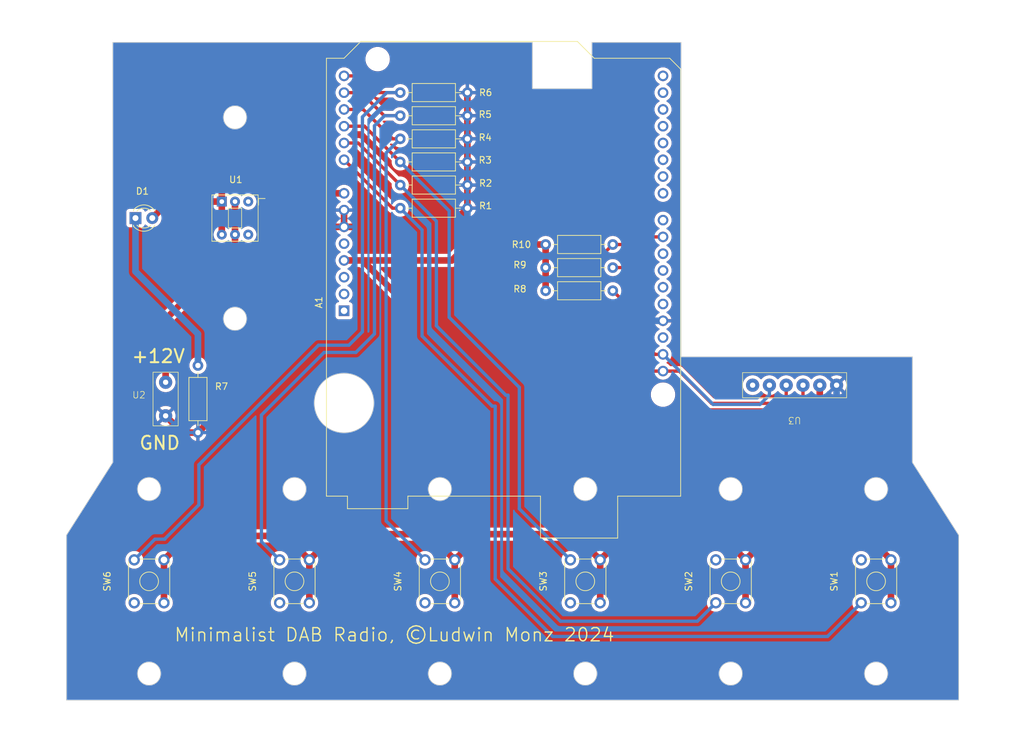
<source format=kicad_pcb>
(kicad_pcb (version 20221018) (generator pcbnew)
  (layers (0 "F.Cu" signal) (31 "B.Cu" signal) (34 "B.Paste" user) (35 "F.Paste" user) (36 "B.SilkS" user "B.Silkscreen") (37 "F.SilkS" user "F.Silkscreen") (38 "B.Mask" user) (39 "F.Mask" user) (44 "Edge.Cuts" user))
  (net 0 "")
  (net 4 "+3.3V")
  (net 6 "GND")
  (net 7 "Net-(A1-VIN)")
  (net 8 "Net-(A1-A0{slash}GPIO02)")
  (net 9 "Net-(A1-A1{slash}GPIO04)")
  (net 10 "Net-(A1-A2{slash}GPIO35)")
  (net 11 "Net-(A1-A3{slash}GPIO34)")
  (net 12 "Net-(A1-A4{slash}GPIO36)")
  (net 13 "Net-(A1-A5{slash}GPIO39)")
  (net 23 "KY040_SW")
  (net 29 "KY040_CLK")
  (net 30 "KY040_DT")
  (net 31 "Net-(D1-K)")
  (net 32 "Net-(U1-Pad2)")
  (footprint "Resistor_THT:R_Axial_DIN0207_L6.3mm_D2.5mm_P10.16mm_Horizontal" (layer "F.Cu") (at 25 -15.5)
    (fp_text reference "R5" (at 12.86 -0.19) (layer "F.SilkS"))
    (fp_text value "47k")
    (fp_line (start 1.04 0) (end 1.81 0) (stroke (width 0.12)) (layer "F.SilkS"))
    (fp_line (start 1.81 -1.37) (end 1.81 1.37) (stroke (width 0.12)) (layer "F.SilkS"))
    (fp_line (start 1.81 1.37) (end 8.35 1.37) (stroke (width 0.12)) (layer "F.SilkS"))
    (fp_line (start 8.35 -1.37) (end 1.81 -1.37) (stroke (width 0.12)) (layer "F.SilkS"))
    (fp_line (start 8.35 1.37) (end 8.35 -1.37) (stroke (width 0.12)) (layer "F.SilkS"))
    (fp_line (start 9.12 0) (end 8.35 0) (stroke (width 0.12)) (layer "F.SilkS"))
    (pad "1" thru_hole circle (at 0 0) (size 1.6 1.6) (drill 0.8) (layers "*.Cu" "*.Mask") (net 12 "Net-(A1-A4{slash}GPIO36)"))
    (pad "2" thru_hole oval (at 10.16 0) (size 1.6 1.6) (drill 0.8) (layers "*.Cu" "*.Mask") (net 6 "GND"))
  )
  (footprint "Resistor_THT:R_Axial_DIN0207_L6.3mm_D2.5mm_P10.16mm_Horizontal" (layer "F.Cu") (at 57.16 7.5 180)
    (fp_text reference "R8" (at 14.05 -3.24) (layer "F.SilkS"))
    (fp_text value "47k")
    (fp_line (start 1.04 0) (end 1.81 0) (stroke (width 0.12)) (layer "F.SilkS"))
    (fp_line (start 1.81 -1.37) (end 1.81 1.37) (stroke (width 0.12)) (layer "F.SilkS"))
    (fp_line (start 1.81 1.37) (end 8.35 1.37) (stroke (width 0.12)) (layer "F.SilkS"))
    (fp_line (start 8.35 -1.37) (end 1.81 -1.37) (stroke (width 0.12)) (layer "F.SilkS"))
    (fp_line (start 8.35 1.37) (end 8.35 -1.37) (stroke (width 0.12)) (layer "F.SilkS"))
    (fp_line (start 9.12 0) (end 8.35 0) (stroke (width 0.12)) (layer "F.SilkS"))
    (pad "1" thru_hole circle (at 0 0 180) (size 1.6 1.6) (drill 0.8) (layers "*.Cu" "*.Mask") (net 29 "KY040_CLK"))
    (pad "2" thru_hole oval (at 10.16 0 180) (size 1.6 1.6) (drill 0.8) (layers "*.Cu" "*.Mask") (net 4 "+3.3V"))
  )
  (footprint "my_footprints:Arduino_D1_R32" (layer "F.Cu") (at 16.5 14.03 90)
    (fp_text reference "A1" (at 1.27 -3.81 90) (layer "F.SilkS"))
    (fp_text value "Arduino_D1_R32")
    (fp_line (start -34.42 29.72) (end -34.42 41.4) (stroke (width 0.12)) (layer "F.SilkS"))
    (fp_line (start -34.42 41.4) (end -28.07 41.4) (stroke (width 0.12)) (layer "F.SilkS"))
    (fp_line (start -29.97 0.51) (end -29.97 9.65) (stroke (width 0.12)) (layer "F.SilkS"))
    (fp_line (start -29.97 9.65) (end -28.07 9.65) (stroke (width 0.12)) (layer "F.SilkS"))
    (fp_line (start -28.07 -2.67) (end -28.07 0.51) (stroke (width 0.12)) (layer "F.SilkS"))
    (fp_line (start -28.07 0.51) (end -29.97 0.51) (stroke (width 0.12)) (layer "F.SilkS"))
    (fp_line (start -28.07 9.65) (end -28.07 29.72) (stroke (width 0.12)) (layer "F.SilkS"))
    (fp_line (start -28.07 29.72) (end -34.42 29.72) (stroke (width 0.12)) (layer "F.SilkS"))
    (fp_line (start -28.07 41.4) (end -28.07 50.93) (stroke (width 0.12)) (layer "F.SilkS"))
    (fp_line (start -28.07 50.93) (end 36.58 50.93) (stroke (width 0.12)) (layer "F.SilkS"))
    (fp_line (start 36.58 50.93) (end 38.23 49.28) (stroke (width 0.12)) (layer "F.SilkS"))
    (fp_line (start 38.23 -2.67) (end -28.07 -2.67) (stroke (width 0.12)) (layer "F.SilkS"))
    (fp_line (start 38.23 0) (end 38.23 -2.67) (stroke (width 0.12)) (layer "F.SilkS"))
    (fp_line (start 38.23 37.85) (end 40.77 35.31) (stroke (width 0.12)) (layer "F.SilkS"))
    (fp_line (start 38.23 49.28) (end 38.23 37.85) (stroke (width 0.12)) (layer "F.SilkS"))
    (fp_line (start 40.77 2.54) (end 38.23 0) (stroke (width 0.12)) (layer "F.SilkS"))
    (fp_line (start 40.77 35.31) (end 40.77 2.54) (stroke (width 0.12)) (layer "F.SilkS"))
    (pad "" np_thru_hole circle (at -13.97 0 180) (size 3.2 3.2) (drill 3.2) (layers "*.Cu" "*.Mask"))
    (pad "" np_thru_hole circle (at -12.7 48.26 180) (size 3.2 3.2) (drill 3.2) (layers "*.Cu" "*.Mask"))
    (pad "" np_thru_hole circle (at 38.1 5.08 180) (size 3.2 3.2) (drill 3.2) (layers "*.Cu" "*.Mask"))
    (pad "" np_thru_hole circle (at 38.1 33.02 180) (size 3.2 3.2) (drill 3.2) (layers "*.Cu" "*.Mask"))
    (pad "1" thru_hole rect (at 0 0 180) (size 1.6 1.6) (drill 1) (layers "*.Cu" "*.Mask"))
    (pad "2" thru_hole oval (at 2.54 0 180) (size 1.6 1.6) (drill 1) (layers "*.Cu" "*.Mask"))
    (pad "3" thru_hole oval (at 5.08 0 180) (size 1.6 1.6) (drill 1) (layers "*.Cu" "*.Mask"))
    (pad "4" thru_hole oval (at 7.62 0 180) (size 1.6 1.6) (drill 1) (layers "*.Cu" "*.Mask") (net 4 "+3.3V"))
    (pad "5" thru_hole oval (at 10.16 0 180) (size 1.6 1.6) (drill 1) (layers "*.Cu" "*.Mask"))
    (pad "6" thru_hole oval (at 12.7 0 180) (size 1.6 1.6) (drill 1) (layers "*.Cu" "*.Mask") (net 6 "GND"))
    (pad "7" thru_hole oval (at 15.24 0 180) (size 1.6 1.6) (drill 1) (layers "*.Cu" "*.Mask") (net 6 "GND"))
    (pad "8" thru_hole oval (at 17.78 0 180) (size 1.6 1.6) (drill 1) (layers "*.Cu" "*.Mask") (net 7 "Net-(A1-VIN)"))
    (pad "9" thru_hole oval (at 22.86 0 180) (size 1.6 1.6) (drill 1) (layers "*.Cu" "*.Mask") (net 8 "Net-(A1-A0{slash}GPIO02)"))
    (pad "10" thru_hole oval (at 25.4 0 180) (size 1.6 1.6) (drill 1) (layers "*.Cu" "*.Mask") (net 9 "Net-(A1-A1{slash}GPIO04)"))
    (pad "11" thru_hole oval (at 27.94 0 180) (size 1.6 1.6) (drill 1) (layers "*.Cu" "*.Mask") (net 10 "Net-(A1-A2{slash}GPIO35)"))
    (pad "12" thru_hole oval (at 30.48 0 180) (size 1.6 1.6) (drill 1) (layers "*.Cu" "*.Mask") (net 11 "Net-(A1-A3{slash}GPIO34)"))
    (pad "13" thru_hole oval (at 33.02 0 180) (size 1.6 1.6) (drill 1) (layers "*.Cu" "*.Mask") (net 12 "Net-(A1-A4{slash}GPIO36)"))
    (pad "14" thru_hole oval (at 35.56 0 180) (size 1.6 1.6) (drill 1) (layers "*.Cu" "*.Mask") (net 13 "Net-(A1-A5{slash}GPIO39)"))
    (pad "15" thru_hole oval (at 35.56 48.26 180) (size 1.6 1.6) (drill 1) (layers "*.Cu" "*.Mask"))
    (pad "16" thru_hole oval (at 33.02 48.26 180) (size 1.6 1.6) (drill 1) (layers "*.Cu" "*.Mask"))
    (pad "17" thru_hole oval (at 30.48 48.26 180) (size 1.6 1.6) (drill 1) (layers "*.Cu" "*.Mask"))
    (pad "18" thru_hole oval (at 27.94 48.26 180) (size 1.6 1.6) (drill 1) (layers "*.Cu" "*.Mask"))
    (pad "19" thru_hole oval (at 25.4 48.26 180) (size 1.6 1.6) (drill 1) (layers "*.Cu" "*.Mask"))
    (pad "20" thru_hole oval (at 22.86 48.26 180) (size 1.6 1.6) (drill 1) (layers "*.Cu" "*.Mask"))
    (pad "21" thru_hole oval (at 20.32 48.26 180) (size 1.6 1.6) (drill 1) (layers "*.Cu" "*.Mask"))
    (pad "22" thru_hole oval (at 17.78 48.26 180) (size 1.6 1.6) (drill 1) (layers "*.Cu" "*.Mask"))
    (pad "23" thru_hole oval (at 13.72 48.26 180) (size 1.6 1.6) (drill 1) (layers "*.Cu" "*.Mask"))
    (pad "24" thru_hole oval (at 11.18 48.26 180) (size 1.6 1.6) (drill 1) (layers "*.Cu" "*.Mask") (net 23 "KY040_SW"))
    (pad "25" thru_hole oval (at 8.64 48.26 180) (size 1.6 1.6) (drill 1) (layers "*.Cu" "*.Mask"))
    (pad "26" thru_hole oval (at 6.1 48.26 180) (size 1.6 1.6) (drill 1) (layers "*.Cu" "*.Mask"))
    (pad "27" thru_hole oval (at 3.56 48.26 180) (size 1.6 1.6) (drill 1) (layers "*.Cu" "*.Mask"))
    (pad "28" thru_hole oval (at 1.02 48.26 180) (size 1.6 1.6) (drill 1) (layers "*.Cu" "*.Mask"))
    (pad "29" thru_hole oval (at -1.52 48.26 180) (size 1.6 1.6) (drill 1) (layers "*.Cu" "*.Mask") (net 6 "GND"))
    (pad "30" thru_hole oval (at -4.06 48.26 180) (size 1.6 1.6) (drill 1) (layers "*.Cu" "*.Mask"))
    (pad "31" thru_hole oval (at -6.6 48.26 180) (size 1.6 1.6) (drill 1) (layers "*.Cu" "*.Mask") (net 29 "KY040_CLK"))
    (pad "32" thru_hole oval (at -9.14 48.26 180) (size 1.6 1.6) (drill 1) (layers "*.Cu" "*.Mask") (net 30 "KY040_DT"))
  )
  (footprint "my_footprints:SW_Push_2x2" (layer "F.Cu") (at 0 0)
    (fp_text reference "U1" (at 0.12 -5.82) (layer "F.SilkS"))
    (fp_text value "switch2x2")
    (fp_line (start -3.5 -3.5) (end -3.5 3.5) (stroke (width 0.1)) (layer "F.SilkS"))
    (fp_line (start -1 -1.5) (end -1 1.5) (stroke (width 0.1)) (layer "F.SilkS"))
    (fp_line (start 1 -1.5) (end -1 -1.5) (stroke (width 0.12)) (layer "F.SilkS"))
    (fp_line (start 1 -1.5) (end 1 1.5) (stroke (width 0.1)) (layer "F.SilkS"))
    (fp_line (start 1 1.5) (end -1 1.5) (stroke (width 0.12)) (layer "F.SilkS"))
    (fp_line (start 3.5 -3.5) (end -3.5 -3.5) (stroke (width 0.12)) (layer "F.SilkS"))
    (fp_line (start 3.5 -3.5) (end 3.5 3.5) (stroke (width 0.1)) (layer "F.SilkS"))
    (fp_line (start 3.5 3.5) (end -3.5 3.5) (stroke (width 0.12)) (layer "F.SilkS"))
    (fp_line (start 3.55 -1.962) (end 3.55 -2.962) (stroke (width 0.12)) (layer "F.SilkS"))
    (fp_line (start 4.55 -2.962) (end 3.55 -2.962) (stroke (width 0.12)) (layer "F.SilkS"))
    (pad "1" thru_hole rect (at -2 -2.5) (size 1.5 1.5) (drill 0.7) (layers "*.Cu" "*.Mask") (net 7 "Net-(A1-VIN)"))
    (pad "2" thru_hole circle (at 0 -2.5) (size 1.5 1.5) (drill 0.7) (layers "*.Cu" "*.Mask") (net 32 "Net-(U1-Pad2)"))
    (pad "3" thru_hole circle (at 2 -2.5) (size 1.5 1.5) (drill 0.7) (layers "*.Cu" "*.Mask"))
    (pad "4" thru_hole circle (at -2 2.5) (size 1.5 1.5) (drill 0.7) (layers "*.Cu" "*.Mask") (net 7 "Net-(A1-VIN)"))
    (pad "5" thru_hole circle (at 0 2.5) (size 1.5 1.5) (drill 0.7) (layers "*.Cu" "*.Mask") (net 32 "Net-(U1-Pad2)"))
    (pad "6" thru_hole circle (at 2 2.5) (size 1.5 1.5) (drill 0.7) (layers "*.Cu" "*.Mask"))
  )
  (footprint "my_footprints:connector_6pin" (layer "F.Cu") (at 84.67 25.3 180)
    (fp_text reference "U3" (at 0 -5.334 180 unlocked) (layer "F.SilkS") (effects (font (thickness 0.1))))
    (fp_text value "KY040 encoder")
    (fp_rect (start -7.874 -1.905) (end 7.874 1.905) (stroke (width 0.1)) (fill none) (layer "F.SilkS"))
    (pad "1" thru_hole circle (at -6.35 0 180) (size 2 2) (drill 0.8) (layers "*.Cu" "*.Mask") (net 6 "GND"))
    (pad "2" thru_hole circle (at -3.81 0 180) (size 2 2) (drill 0.8) (layers "*.Cu" "*.Mask") (net 4 "+3.3V"))
    (pad "3" thru_hole circle (at -1.27 0 180) (size 2 2) (drill 0.8) (layers "*.Cu" "*.Mask") (net 23 "KY040_SW"))
    (pad "4" thru_hole circle (at 1.27 0 180) (size 2 2) (drill 0.8) (layers "*.Cu" "*.Mask") (net 30 "KY040_DT"))
    (pad "5" thru_hole circle (at 3.81 0 180) (size 2 2) (drill 0.8) (layers "*.Cu" "*.Mask") (net 29 "KY040_CLK"))
    (pad "6" thru_hole circle (at 6.35 0 180) (size 2 2) (drill 0.8) (layers "*.Cu" "*.Mask"))
  )
  (footprint "my_footprints:LED_D3.0mm_sym" (layer "F.Cu") (at -13.79 0)
    (fp_text reference "D1" (at -0.22 -4.07) (layer "F.SilkS"))
    (fp_text value "LED")
    (fp_line (start -1.56 -1.236) (end -1.56 -1.08) (stroke (width 0.12)) (layer "F.SilkS"))
    (fp_line (start -1.56 1.08) (end -1.56 1.236) (stroke (width 0.12)) (layer "F.SilkS"))
    (fp_arc (start -1.56 -1.235516) (mid 0.096487 -1.987659) (end 1.672335 -1.078608) (stroke (width 0.12)) (layer "F.SilkS"))
    (fp_arc (start -1.040961 -1.08) (mid 0.000117 -1.5) (end 1.04113 -1.079837) (stroke (width 0.12)) (layer "F.SilkS"))
    (fp_arc (start 1.04113 1.079837) (mid 0.000117 1.5) (end -1.040961 1.08) (stroke (width 0.12)) (layer "F.SilkS"))
    (fp_arc (start 1.672335 1.078608) (mid 0.096487 1.987659) (end -1.56 1.235516) (stroke (width 0.12)) (layer "F.SilkS"))
    (pad "1" thru_hole rect (at -1.27 0) (size 1.8 1.8) (drill 0.9) (layers "*.Cu" "*.Mask") (net 31 "Net-(D1-K)"))
    (pad "2" thru_hole circle (at 1.27 0) (size 1.8 1.8) (drill 0.9) (layers "*.Cu" "*.Mask") (net 7 "Net-(A1-VIN)"))
  )
  (footprint "Resistor_THT:R_Axial_DIN0207_L6.3mm_D2.5mm_P10.16mm_Horizontal" (layer "F.Cu") (at -5.61 22.32 -90)
    (fp_text reference "R7" (at 3.18 -3.57 -180) (layer "F.SilkS"))
    (fp_text value "1k")
    (fp_line (start 1.04 0) (end 1.81 0) (stroke (width 0.12)) (layer "F.SilkS"))
    (fp_line (start 1.81 -1.37) (end 1.81 1.37) (stroke (width 0.12)) (layer "F.SilkS"))
    (fp_line (start 1.81 1.37) (end 8.35 1.37) (stroke (width 0.12)) (layer "F.SilkS"))
    (fp_line (start 8.35 -1.37) (end 1.81 -1.37) (stroke (width 0.12)) (layer "F.SilkS"))
    (fp_line (start 8.35 1.37) (end 8.35 -1.37) (stroke (width 0.12)) (layer "F.SilkS"))
    (fp_line (start 9.12 0) (end 8.35 0) (stroke (width 0.12)) (layer "F.SilkS"))
    (pad "1" thru_hole circle (at 0 0 270) (size 1.6 1.6) (drill 0.8) (layers "*.Cu" "*.Mask") (net 31 "Net-(D1-K)"))
    (pad "2" thru_hole oval (at 10.16 0 270) (size 1.6 1.6) (drill 0.8) (layers "*.Cu" "*.Mask") (net 6 "GND"))
  )
  (footprint "Resistor_THT:R_Axial_DIN0207_L6.3mm_D2.5mm_P10.16mm_Horizontal" (layer "F.Cu") (at 47 4)
    (fp_text reference "R10" (at -3.66 0.01) (layer "F.SilkS"))
    (fp_text value "47k")
    (fp_line (start 1.04 0) (end 1.81 0) (stroke (width 0.12)) (layer "F.SilkS"))
    (fp_line (start 1.81 -1.37) (end 1.81 1.37) (stroke (width 0.12)) (layer "F.SilkS"))
    (fp_line (start 1.81 1.37) (end 8.35 1.37) (stroke (width 0.12)) (layer "F.SilkS"))
    (fp_line (start 8.35 -1.37) (end 1.81 -1.37) (stroke (width 0.12)) (layer "F.SilkS"))
    (fp_line (start 8.35 1.37) (end 8.35 -1.37) (stroke (width 0.12)) (layer "F.SilkS"))
    (fp_line (start 9.12 0) (end 8.35 0) (stroke (width 0.12)) (layer "F.SilkS"))
    (pad "1" thru_hole circle (at 0 0) (size 1.6 1.6) (drill 0.8) (layers "*.Cu" "*.Mask") (net 4 "+3.3V"))
    (pad "2" thru_hole oval (at 10.16 0) (size 1.6 1.6) (drill 0.8) (layers "*.Cu" "*.Mask") (net 23 "KY040_SW"))
  )
  (footprint "Resistor_THT:R_Axial_DIN0207_L6.3mm_D2.5mm_P10.16mm_Horizontal" (layer "F.Cu") (at 25 -8.5)
    (fp_text reference "R3" (at 12.86 -0.27) (layer "F.SilkS"))
    (fp_text value "47k")
    (fp_line (start 1.04 0) (end 1.81 0) (stroke (width 0.12)) (layer "F.SilkS"))
    (fp_line (start 1.81 -1.37) (end 1.81 1.37) (stroke (width 0.12)) (layer "F.SilkS"))
    (fp_line (start 1.81 1.37) (end 8.35 1.37) (stroke (width 0.12)) (layer "F.SilkS"))
    (fp_line (start 8.35 -1.37) (end 1.81 -1.37) (stroke (width 0.12)) (layer "F.SilkS"))
    (fp_line (start 8.35 1.37) (end 8.35 -1.37) (stroke (width 0.12)) (layer "F.SilkS"))
    (fp_line (start 9.12 0) (end 8.35 0) (stroke (width 0.12)) (layer "F.SilkS"))
    (pad "1" thru_hole circle (at 0 0) (size 1.6 1.6) (drill 0.8) (layers "*.Cu" "*.Mask") (net 10 "Net-(A1-A2{slash}GPIO35)"))
    (pad "2" thru_hole oval (at 10.16 0) (size 1.6 1.6) (drill 0.8) (layers "*.Cu" "*.Mask") (net 6 "GND"))
  )
  (footprint "my_footprints:OmronTasterSym" (layer "F.Cu") (at -13 55 90)
    (fp_text reference "SW6" (at 0 -6.35 90) (layer "F.SilkS"))
    (fp_text value "SW_Push")
    (fp_line (start -3.38 1.34) (end -3.38 -1.34) (stroke (width 0.12)) (layer "F.SilkS"))
    (fp_line (start -2.97 -3.12) (end 2.97 -3.12) (stroke (width 0.12)) (layer "F.SilkS"))
    (fp_line (start -2.97 3.12) (end 2.97 3.12) (stroke (width 0.12)) (layer "F.SilkS"))
    (fp_line (start 3.38 -1.34) (end 3.38 1.34) (stroke (width 0.12)) (layer "F.SilkS"))
    (fp_circle (center 0 0) (end 1.414214 0) (stroke (width 0.12)) (fill none) (layer "F.SilkS"))
    (pad "1" thru_hole circle (at -3.25 -2.25 90) (size 1.7 1.7) (drill 1) (layers "*.Cu" "*.Mask") (net 13 "Net-(A1-A5{slash}GPIO39)"))
    (pad "1" thru_hole circle (at 3.25 -2.25 90) (size 1.7 1.7) (drill 1) (layers "*.Cu" "*.Mask") (net 13 "Net-(A1-A5{slash}GPIO39)"))
    (pad "2" thru_hole circle (at -3.25 2.25 90) (size 1.7 1.7) (drill 1) (layers "*.Cu" "*.Mask") (net 4 "+3.3V"))
    (pad "2" thru_hole circle (at 3.25 2.25 90) (size 1.7 1.7) (drill 1) (layers "*.Cu" "*.Mask") (net 4 "+3.3V"))
  )
  (footprint "my_footprints:OmronTasterSym" (layer "F.Cu") (at 97 55 90)
    (fp_text reference "SW1" (at 0 -6.35 90) (layer "F.SilkS"))
    (fp_text value "SW_Push")
    (fp_line (start -3.38 1.34) (end -3.38 -1.34) (stroke (width 0.12)) (layer "F.SilkS"))
    (fp_line (start -2.97 -3.12) (end 2.97 -3.12) (stroke (width 0.12)) (layer "F.SilkS"))
    (fp_line (start -2.97 3.12) (end 2.97 3.12) (stroke (width 0.12)) (layer "F.SilkS"))
    (fp_line (start 3.38 -1.34) (end 3.38 1.34) (stroke (width 0.12)) (layer "F.SilkS"))
    (fp_circle (center 0 0) (end 1.414214 0) (stroke (width 0.12)) (fill none) (layer "F.SilkS"))
    (pad "1" thru_hole circle (at -3.25 -2.25 90) (size 1.7 1.7) (drill 1) (layers "*.Cu" "*.Mask") (net 8 "Net-(A1-A0{slash}GPIO02)"))
    (pad "1" thru_hole circle (at 3.25 -2.25 90) (size 1.7 1.7) (drill 1) (layers "*.Cu" "*.Mask") (net 8 "Net-(A1-A0{slash}GPIO02)"))
    (pad "2" thru_hole circle (at -3.25 2.25 90) (size 1.7 1.7) (drill 1) (layers "*.Cu" "*.Mask") (net 4 "+3.3V"))
    (pad "2" thru_hole circle (at 3.25 2.25 90) (size 1.7 1.7) (drill 1) (layers "*.Cu" "*.Mask") (net 4 "+3.3V"))
  )
  (footprint "my_footprints:connector_2pin_breit" (layer "F.Cu") (at -10.5 27.4 -90)
    (fp_text reference "U2" (at -0.61 4.04 unlocked) (layer "F.SilkS") (effects (font (thickness 0.1))))
    (fp_text value "12V in")
    (fp_rect (start -4.064 -1.905) (end 4.064 1.905) (stroke (width 0.1)) (fill none) (layer "F.SilkS"))
    (pad "1" thru_hole circle (at -2.54 0 270) (size 2 2) (drill 0.8) (layers "*.Cu" "*.Mask") (net 32 "Net-(U1-Pad2)"))
    (pad "2" thru_hole circle (at 2.54 0 270) (size 2 2) (drill 0.8) (layers "*.Cu" "*.Mask") (net 6 "GND"))
  )
  (footprint "Resistor_THT:R_Axial_DIN0207_L6.3mm_D2.5mm_P10.16mm_Horizontal" (layer "F.Cu") (at 25 -12)
    (fp_text reference "R4" (at 12.86 -0.2) (layer "F.SilkS"))
    (fp_text value "47k")
    (fp_line (start 1.04 0) (end 1.81 0) (stroke (width 0.12)) (layer "F.SilkS"))
    (fp_line (start 1.81 -1.37) (end 1.81 1.37) (stroke (width 0.12)) (layer "F.SilkS"))
    (fp_line (start 1.81 1.37) (end 8.35 1.37) (stroke (width 0.12)) (layer "F.SilkS"))
    (fp_line (start 8.35 -1.37) (end 1.81 -1.37) (stroke (width 0.12)) (layer "F.SilkS"))
    (fp_line (start 8.35 1.37) (end 8.35 -1.37) (stroke (width 0.12)) (layer "F.SilkS"))
    (fp_line (start 9.12 0) (end 8.35 0) (stroke (width 0.12)) (layer "F.SilkS"))
    (pad "1" thru_hole circle (at 0 0) (size 1.6 1.6) (drill 0.8) (layers "*.Cu" "*.Mask") (net 11 "Net-(A1-A3{slash}GPIO34)"))
    (pad "2" thru_hole oval (at 10.16 0) (size 1.6 1.6) (drill 0.8) (layers "*.Cu" "*.Mask") (net 6 "GND"))
  )
  (footprint "my_footprints:OmronTasterSym" (layer "F.Cu") (at 75 55 90)
    (fp_text reference "SW2" (at 0 -6.35 90) (layer "F.SilkS"))
    (fp_text value "SW_Push")
    (fp_line (start -3.38 1.34) (end -3.38 -1.34) (stroke (width 0.12)) (layer "F.SilkS"))
    (fp_line (start -2.97 -3.12) (end 2.97 -3.12) (stroke (width 0.12)) (layer "F.SilkS"))
    (fp_line (start -2.97 3.12) (end 2.97 3.12) (stroke (width 0.12)) (layer "F.SilkS"))
    (fp_line (start 3.38 -1.34) (end 3.38 1.34) (stroke (width 0.12)) (layer "F.SilkS"))
    (fp_circle (center 0 0) (end 1.414214 0) (stroke (width 0.12)) (fill none) (layer "F.SilkS"))
    (pad "1" thru_hole circle (at -3.25 -2.25 90) (size 1.7 1.7) (drill 1) (layers "*.Cu" "*.Mask") (net 9 "Net-(A1-A1{slash}GPIO04)"))
    (pad "1" thru_hole circle (at 3.25 -2.25 90) (size 1.7 1.7) (drill 1) (layers "*.Cu" "*.Mask") (net 9 "Net-(A1-A1{slash}GPIO04)"))
    (pad "2" thru_hole circle (at -3.25 2.25 90) (size 1.7 1.7) (drill 1) (layers "*.Cu" "*.Mask") (net 4 "+3.3V"))
    (pad "2" thru_hole circle (at 3.25 2.25 90) (size 1.7 1.7) (drill 1) (layers "*.Cu" "*.Mask") (net 4 "+3.3V"))
  )
  (footprint "Resistor_THT:R_Axial_DIN0207_L6.3mm_D2.5mm_P10.16mm_Horizontal" (layer "F.Cu") (at 47 11)
    (fp_text reference "R9" (at -3.89 -3.91) (layer "F.SilkS"))
    (fp_text value "47k")
    (fp_line (start 1.04 0) (end 1.81 0) (stroke (width 0.12)) (layer "F.SilkS"))
    (fp_line (start 1.81 -1.37) (end 1.81 1.37) (stroke (width 0.12)) (layer "F.SilkS"))
    (fp_line (start 1.81 1.37) (end 8.35 1.37) (stroke (width 0.12)) (layer "F.SilkS"))
    (fp_line (start 8.35 -1.37) (end 1.81 -1.37) (stroke (width 0.12)) (layer "F.SilkS"))
    (fp_line (start 8.35 1.37) (end 8.35 -1.37) (stroke (width 0.12)) (layer "F.SilkS"))
    (fp_line (start 9.12 0) (end 8.35 0) (stroke (width 0.12)) (layer "F.SilkS"))
    (pad "1" thru_hole circle (at 0 0) (size 1.6 1.6) (drill 0.8) (layers "*.Cu" "*.Mask") (net 4 "+3.3V"))
    (pad "2" thru_hole oval (at 10.16 0) (size 1.6 1.6) (drill 0.8) (layers "*.Cu" "*.Mask") (net 30 "KY040_DT"))
  )
  (footprint "my_footprints:OmronTasterSym" (layer "F.Cu") (at 9 55 90)
    (fp_text reference "SW5" (at 0 -6.35 90) (layer "F.SilkS"))
    (fp_text value "SW_Push")
    (fp_line (start -3.38 1.34) (end -3.38 -1.34) (stroke (width 0.12)) (layer "F.SilkS"))
    (fp_line (start -2.97 -3.12) (end 2.97 -3.12) (stroke (width 0.12)) (layer "F.SilkS"))
    (fp_line (start -2.97 3.12) (end 2.97 3.12) (stroke (width 0.12)) (layer "F.SilkS"))
    (fp_line (start 3.38 -1.34) (end 3.38 1.34) (stroke (width 0.12)) (layer "F.SilkS"))
    (fp_circle (center 0 0) (end 1.414214 0) (stroke (width 0.12)) (fill none) (layer "F.SilkS"))
    (pad "1" thru_hole circle (at -3.25 -2.25 90) (size 1.7 1.7) (drill 1) (layers "*.Cu" "*.Mask") (net 12 "Net-(A1-A4{slash}GPIO36)"))
    (pad "1" thru_hole circle (at 3.25 -2.25 90) (size 1.7 1.7) (drill 1) (layers "*.Cu" "*.Mask") (net 12 "Net-(A1-A4{slash}GPIO36)"))
    (pad "2" thru_hole circle (at -3.25 2.25 90) (size 1.7 1.7) (drill 1) (layers "*.Cu" "*.Mask") (net 4 "+3.3V"))
    (pad "2" thru_hole circle (at 3.25 2.25 90) (size 1.7 1.7) (drill 1) (layers "*.Cu" "*.Mask") (net 4 "+3.3V"))
  )
  (footprint "my_footprints:OmronTasterSym" (layer "F.Cu") (at 53 55 90)
    (fp_text reference "SW3" (at 0 -6.35 90) (layer "F.SilkS"))
    (fp_text value "SW_Push")
    (fp_line (start -3.38 1.34) (end -3.38 -1.34) (stroke (width 0.12)) (layer "F.SilkS"))
    (fp_line (start -2.97 -3.12) (end 2.97 -3.12) (stroke (width 0.12)) (layer "F.SilkS"))
    (fp_line (start -2.97 3.12) (end 2.97 3.12) (stroke (width 0.12)) (layer "F.SilkS"))
    (fp_line (start 3.38 -1.34) (end 3.38 1.34) (stroke (width 0.12)) (layer "F.SilkS"))
    (fp_circle (center 0 0) (end 1.414214 0) (stroke (width 0.12)) (fill none) (layer "F.SilkS"))
    (pad "1" thru_hole circle (at -3.25 -2.25 90) (size 1.7 1.7) (drill 1) (layers "*.Cu" "*.Mask") (net 10 "Net-(A1-A2{slash}GPIO35)"))
    (pad "1" thru_hole circle (at 3.25 -2.25 90) (size 1.7 1.7) (drill 1) (layers "*.Cu" "*.Mask") (net 10 "Net-(A1-A2{slash}GPIO35)"))
    (pad "2" thru_hole circle (at -3.25 2.25 90) (size 1.7 1.7) (drill 1) (layers "*.Cu" "*.Mask") (net 4 "+3.3V"))
    (pad "2" thru_hole circle (at 3.25 2.25 90) (size 1.7 1.7) (drill 1) (layers "*.Cu" "*.Mask") (net 4 "+3.3V"))
  )
  (footprint "Resistor_THT:R_Axial_DIN0207_L6.3mm_D2.5mm_P10.16mm_Horizontal" (layer "F.Cu") (at 25 -5)
    (fp_text reference "R2" (at 12.92 -0.28) (layer "F.SilkS"))
    (fp_text value "47k")
    (fp_line (start 1.04 0) (end 1.81 0) (stroke (width 0.12)) (layer "F.SilkS"))
    (fp_line (start 1.81 -1.37) (end 1.81 1.37) (stroke (width 0.12)) (layer "F.SilkS"))
    (fp_line (start 1.81 1.37) (end 8.35 1.37) (stroke (width 0.12)) (layer "F.SilkS"))
    (fp_line (start 8.35 -1.37) (end 1.81 -1.37) (stroke (width 0.12)) (layer "F.SilkS"))
    (fp_line (start 8.35 1.37) (end 8.35 -1.37) (stroke (width 0.12)) (layer "F.SilkS"))
    (fp_line (start 9.12 0) (end 8.35 0) (stroke (width 0.12)) (layer "F.SilkS"))
    (pad "1" thru_hole circle (at 0 0) (size 1.6 1.6) (drill 0.8) (layers "*.Cu" "*.Mask") (net 9 "Net-(A1-A1{slash}GPIO04)"))
    (pad "2" thru_hole oval (at 10.16 0) (size 1.6 1.6) (drill 0.8) (layers "*.Cu" "*.Mask") (net 6 "GND"))
  )
  (footprint "Resistor_THT:R_Axial_DIN0207_L6.3mm_D2.5mm_P10.16mm_Horizontal" (layer "F.Cu") (at 25 -19)
    (fp_text reference "R6" (at 12.92 0) (layer "F.SilkS"))
    (fp_text value "47k")
    (fp_line (start 1.04 0) (end 1.81 0) (stroke (width 0.12)) (layer "F.SilkS"))
    (fp_line (start 1.81 -1.37) (end 1.81 1.37) (stroke (width 0.12)) (layer "F.SilkS"))
    (fp_line (start 1.81 1.37) (end 8.35 1.37) (stroke (width 0.12)) (layer "F.SilkS"))
    (fp_line (start 8.35 -1.37) (end 1.81 -1.37) (stroke (width 0.12)) (layer "F.SilkS"))
    (fp_line (start 8.35 1.37) (end 8.35 -1.37) (stroke (width 0.12)) (layer "F.SilkS"))
    (fp_line (start 9.12 0) (end 8.35 0) (stroke (width 0.12)) (layer "F.SilkS"))
    (pad "1" thru_hole circle (at 0 0) (size 1.6 1.6) (drill 0.8) (layers "*.Cu" "*.Mask") (net 13 "Net-(A1-A5{slash}GPIO39)"))
    (pad "2" thru_hole oval (at 10.16 0) (size 1.6 1.6) (drill 0.8) (layers "*.Cu" "*.Mask") (net 6 "GND"))
  )
  (footprint "Resistor_THT:R_Axial_DIN0207_L6.3mm_D2.5mm_P10.16mm_Horizontal" (layer "F.Cu") (at 25 -1.5)
    (fp_text reference "R1" (at 12.92 -0.36) (layer "F.SilkS"))
    (fp_text value "47k")
    (fp_line (start 1.04 0) (end 1.81 0) (stroke (width 0.12)) (layer "F.SilkS"))
    (fp_line (start 1.81 -1.37) (end 1.81 1.37) (stroke (width 0.12)) (layer "F.SilkS"))
    (fp_line (start 1.81 1.37) (end 8.35 1.37) (stroke (width 0.12)) (layer "F.SilkS"))
    (fp_line (start 8.35 -1.37) (end 1.81 -1.37) (stroke (width 0.12)) (layer "F.SilkS"))
    (fp_line (start 8.35 1.37) (end 8.35 -1.37) (stroke (width 0.12)) (layer "F.SilkS"))
    (fp_line (start 9.12 0) (end 8.35 0) (stroke (width 0.12)) (layer "F.SilkS"))
    (pad "1" thru_hole circle (at 0 0) (size 1.6 1.6) (drill 0.8) (layers "*.Cu" "*.Mask") (net 8 "Net-(A1-A0{slash}GPIO02)"))
    (pad "2" thru_hole oval (at 10.16 0) (size 1.6 1.6) (drill 0.8) (layers "*.Cu" "*.Mask") (net 6 "GND"))
  )
  (footprint "my_footprints:OmronTasterSym" (layer "F.Cu") (at 31 55 90)
    (fp_text reference "SW4" (at 0 -6.35 90) (layer "F.SilkS"))
    (fp_text value "SW_Push")
    (fp_line (start -3.38 1.34) (end -3.38 -1.34) (stroke (width 0.12)) (layer "F.SilkS"))
    (fp_line (start -2.97 -3.12) (end 2.97 -3.12) (stroke (width 0.12)) (layer "F.SilkS"))
    (fp_line (start -2.97 3.12) (end 2.97 3.12) (stroke (width 0.12)) (layer "F.SilkS"))
    (fp_line (start 3.38 -1.34) (end 3.38 1.34) (stroke (width 0.12)) (layer "F.SilkS"))
    (fp_circle (center 0 0) (end 1.414214 0) (stroke (width 0.12)) (fill none) (layer "F.SilkS"))
    (pad "1" thru_hole circle (at -3.25 -2.25 90) (size 1.7 1.7) (drill 1) (layers "*.Cu" "*.Mask") (net 11 "Net-(A1-A3{slash}GPIO34)"))
    (pad "1" thru_hole circle (at 3.25 -2.25 90) (size 1.7 1.7) (drill 1) (layers "*.Cu" "*.Mask") (net 11 "Net-(A1-A3{slash}GPIO34)"))
    (pad "2" thru_hole circle (at -3.25 2.25 90) (size 1.7 1.7) (drill 1) (layers "*.Cu" "*.Mask") (net 4 "+3.3V"))
    (pad "2" thru_hole circle (at 3.25 2.25 90) (size 1.7 1.7) (drill 1) (layers "*.Cu" "*.Mask") (net 4 "+3.3V"))
  )
  (gr_line (start -25.5 73) (end 109.5 73) (stroke (width 0.1)) (layer "Edge.Cuts"))
  (gr_circle (center 97 41.03) (end 98.75 41.03) (stroke (width 0.1)) (fill none) (layer "Edge.Cuts"))
  (gr_circle (center 16.5 28) (end 21 28) (stroke (width 0.1)) (fill none) (layer "Edge.Cuts"))
  (gr_circle (center -13 41.03) (end -11.25 41.03) (stroke (width 0.1)) (fill none) (layer "Edge.Cuts"))
  (gr_line (start -18.5 37) (end -18.5 -26.6) (stroke (width 0.1)) (layer "Edge.Cuts"))
  (gr_line (start 67.5 -26.6) (end 67.5 21) (stroke (width 0.1)) (layer "Edge.Cuts"))
  (gr_line (start 102.5 21) (end 67.5 21) (stroke (width 0.1)) (layer "Edge.Cuts"))
  (gr_circle (center 9 41.03) (end 10.75 41.03) (stroke (width 0.1)) (fill none) (layer "Edge.Cuts"))
  (gr_circle (center -13 68.97) (end -11.25 68.97) (stroke (width 0.1)) (fill none) (layer "Edge.Cuts"))
  (gr_circle (center 75 41.03) (end 76.75 41.03) (stroke (width 0.1)) (fill none) (layer "Edge.Cuts"))
  (gr_circle (center 0 15.24) (end 1.75 15.24) (stroke (width 0.1)) (fill none) (layer "Edge.Cuts"))
  (gr_circle (center 31 68.97) (end 32.75 68.97) (stroke (width 0.1)) (fill none) (layer "Edge.Cuts"))
  (gr_line (start 109.5 48) (end 102.5 37) (stroke (width 0.1)) (layer "Edge.Cuts"))
  (gr_circle (center 97 68.97) (end 98.75 68.97) (stroke (width 0.1)) (fill none) (layer "Edge.Cuts"))
  (gr_line (start 102.5 37) (end 102.5 21) (stroke (width 0.1)) (layer "Edge.Cuts"))
  (gr_circle (center 53 68.97) (end 54.75 68.97) (stroke (width 0.1)) (fill none) (layer "Edge.Cuts"))
  (gr_circle (center 75 68.97) (end 76.75 68.97) (stroke (width 0.1)) (fill none) (layer "Edge.Cuts"))
  (gr_circle (center 9 68.97) (end 10.75 68.97) (stroke (width 0.1)) (fill none) (layer "Edge.Cuts"))
  (gr_line (start 109.5 73) (end 109.5 48) (stroke (width 0.1)) (layer "Edge.Cuts"))
  (gr_line (start -25.5 48) (end -18.5 37) (stroke (width 0.1)) (layer "Edge.Cuts"))
  (gr_line (start 54 -26.6) (end 54 -19.6) (stroke (width 0.1)) (layer "Edge.Cuts"))
  (gr_circle (center 31 41.03) (end 32.75 41.03) (stroke (width 0.1)) (fill none) (layer "Edge.Cuts"))
  (gr_circle (center 0 -15.24) (end 1.75 -15.24) (stroke (width 0.1)) (fill none) (layer "Edge.Cuts"))
  (gr_line (start 54 -19.6) (end 45 -19.6) (stroke (width 0.1)) (layer "Edge.Cuts"))
  (gr_circle (center 53 41.03) (end 54.75 41.03) (stroke (width 0.1)) (fill none) (layer "Edge.Cuts"))
  (gr_line (start 45 -19.6) (end 45 -26.6) (stroke (width 0.1)) (layer "Edge.Cuts"))
  (gr_line (start -25.5 48) (end -25.5 73) (stroke (width 0.1)) (layer "Edge.Cuts"))
  (gr_line (start 67.5 -26.6) (end 54 -26.6) (stroke (width 0.1)) (layer "Edge.Cuts"))
  (gr_line (start 45 -26.6) (end -18.5 -26.6) (stroke (width 0.1)) (layer "Edge.Cuts"))
  (gr_text "+12V" (at -15.8 22.08) (layer "F.SilkS") (effects (font (size 2 2) (thickness 0.3) bold) (justify left bottom)))
  (gr_text "GND" (at -14.64 35.22) (layer "F.SilkS") (effects (font (size 2 2) (thickness 0.3)) (justify left bottom)))
  (gr_text "Minimalist DAB Radio, ©Ludwin Monz 2024" (at -9.3 64.26) (layer "F.SilkS") (effects (font (size 2 2) (thickness 0.2)) (justify left bottom)))
  (segment (start 35.22 4) (end 32.81 6.41) (width 1) (layer "F.Cu") (net 4))
  (segment (start 15.14 47.86) (end 11.25 51.75) (width 1) (layer "F.Cu") (net 4))
  (segment (start 47 11) (end 47 7.5) (width 1) (layer "F.Cu") (net 4))
  (segment (start 51.36 47.86) (end 55.25 51.75) (width 1) (layer "F.Cu") (net 4))
  (segment (start 80.96 48.04) (end 80.96 48.02) (width 1) (layer "F.Cu") (net 4))
  (segment (start 95.54 48.04) (end 99.25 51.75) (width 1) (layer "F.Cu") (net 4))
  (segment (start 77.25 51.75) (end 80.96 48.04) (width 1) (layer "F.Cu") (net 4))
  (segment (start -7.12 48.12) (end -10.75 51.75) (width 1) (layer "F.Cu") (net 4))
  (segment (start 19.28 6.41) (end 25.19 12.32) (width 1) (layer "F.Cu") (net 4))
  (segment (start -10.75 51.75) (end -10.75 58.25) (width 1) (layer "F.Cu") (net 4))
  (segment (start 11.25 51.75) (end 11.25 58.25) (width 1) (layer "F.Cu") (net 4))
  (segment (start 33.25 51.75) (end 33.25 58.25) (width 1) (layer "F.Cu") (net 4))
  (segment (start 99.25 51.75) (end 99.25 58.25) (width 1) (layer "F.Cu") (net 4))
  (segment (start 73.54 48.04) (end 77.25 51.75) (width 1) (layer "F.Cu") (net 4))
  (segment (start 58.96 48.04) (end 73.54 48.04) (width 1) (layer "F.Cu") (net 4))
  (segment (start 25.19 12.32) (end 25.19 43.69) (width 1) (layer "F.Cu") (net 4))
  (segment (start 29.385 47.885) (end 29.36 47.86) (width 1) (layer "F.Cu") (net 4))
  (segment (start 80.96 48.04) (end 95.54 48.04) (width 1) (layer "F.Cu") (net 4))
  (segment (start 47 4) (end 35.22 4) (width 1) (layer "F.Cu") (net 4))
  (segment (start 80.96 48.02) (end 88.48 40.5) (width 1) (layer "F.Cu") (net 4))
  (segment (start 32.81 6.41) (end 19.28 6.41) (width 1) (layer "F.Cu") (net 4))
  (segment (start 33.25 51.75) (end 37.14 47.86) (width 1) (layer "F.Cu") (net 4))
  (segment (start 16.5 6.41) (end 19.28 6.41) (width 1) (layer "F.Cu") (net 4))
  (segment (start 25.19 43.69) (end 29.385 47.885) (width 1) (layer "F.Cu") (net 4))
  (segment (start 29.36 47.86) (end 15.14 47.86) (width 1) (layer "F.Cu") (net 4))
  (segment (start 55.25 51.75) (end 58.96 48.04) (width 1) (layer "F.Cu") (net 4))
  (segment (start 11.25 51.75) (end 7.62 48.12) (width 1) (layer "F.Cu") (net 4))
  (segment (start 47 7.5) (end 47 4) (width 1) (layer "F.Cu") (net 4))
  (segment (start 37.14 47.86) (end 51.36 47.86) (width 1) (layer "F.Cu") (net 4))
  (segment (start 88.48 40.5) (end 88.48 25.3) (width 1) (layer "F.Cu") (net 4))
  (segment (start 29.385 47.885) (end 33.25 51.75) (width 1) (layer "F.Cu") (net 4))
  (segment (start 7.62 48.12) (end -7.12 48.12) (width 1) (layer "F.Cu") (net 4))
  (segment (start 77.25 51.75) (end 77.25 58.25) (width 1) (layer "F.Cu") (net 4))
  (segment (start 55.25 51.75) (end 55.25 58.25) (width 1) (layer "F.Cu") (net 4))
  (segment (start 6.84 20.03) (end -5.61 32.48) (width 1) (layer "F.Cu") (net 6))
  (segment (start -5.61 32.48) (end -7.96 32.48) (width 1) (layer "F.Cu") (net 6))
  (segment (start 35.16 -8.5) (end 35.16 -12) (width 1) (layer "F.Cu") (net 6))
  (segment (start 35.16 -12) (end 35.16 -15.5) (width 1) (layer "F.Cu") (net 6))
  (segment (start 16.5 1.33) (end 11.8 1.33) (width 1) (layer "F.Cu") (net 6))
  (segment (start 16.5 1.33) (end 32.33 1.33) (width 1) (layer "F.Cu") (net 6))
  (segment (start 32.33 1.33) (end 35.16 -1.5) (width 1) (layer "F.Cu") (net 6))
  (segment (start 35.16 -15.5) (end 35.16 -19) (width 1) (layer "F.Cu") (net 6))
  (segment (start 11.8 1.33) (end 6.84 6.29) (width 1) (layer "F.Cu") (net 6))
  (segment (start 6.84 6.29) (end 6.84 20.03) (width 1) (layer "F.Cu") (net 6))
  (segment (start 16.5 -1.21) (end 16.5 1.33) (width 1) (layer "F.Cu") (net 6))
  (segment (start 35.16 -5) (end 35.16 -8.5) (width 1) (layer "F.Cu") (net 6))
  (segment (start -7.96 32.48) (end -10.5 29.94) (width 1) (layer "F.Cu") (net 6))
  (segment (start 35.16 -1.5) (end 35.16 -5) (width 1) (layer "F.Cu") (net 6))
  (segment (start 45.91 15.55) (end 64.76 15.55) (width 1) (layer "B.Cu") (net 6))
  (segment (start 87.72 32.35) (end 91.02 29.05) (width 1) (layer "B.Cu") (net 6))
  (segment (start 35.16 4.8) (end 45.91 15.55) (width 1) (layer "B.Cu") (net 6))
  (segment (start 45.91 15.55) (end 62.71 32.35) (width 1) (layer "B.Cu") (net 6))
  (segment (start 35.16 -1.5) (end 35.16 4.8) (width 1) (layer "B.Cu") (net 6))
  (segment (start 62.71 32.35) (end 87.72 32.35) (width 1) (layer "B.Cu") (net 6))
  (segment (start 91.02 29.05) (end 91.02 25.3) (width 1) (layer "B.Cu") (net 6))
  (segment (start -2 -2.5) (end -10.02 -2.5) (width 1) (layer "F.Cu") (net 7))
  (segment (start -2 -2.5) (end -2 2.5) (width 1) (layer "F.Cu") (net 7))
  (segment (start 10.56 -3.75) (end 9.32 -4.99) (width 1) (layer "F.Cu") (net 7))
  (segment (start -1.05 -4.99) (end -2 -4.04) (width 1) (layer "F.Cu") (net 7))
  (segment (start 9.32 -4.99) (end -1.05 -4.99) (width 1) (layer "F.Cu") (net 7))
  (segment (start 16.5 -3.75) (end 10.56 -3.75) (width 1) (layer "F.Cu") (net 7))
  (segment (start -2 -4.04) (end -2 -2.5) (width 1) (layer "F.Cu") (net 7))
  (segment (start -10.02 -2.5) (end -12.52 0) (width 1) (layer "F.Cu") (net 7))
  (segment (start 25 -1.5) (end 23.83 -1.5) (width 0.5) (layer "F.Cu") (net 8))
  (segment (start 23.83 -1.5) (end 16.5 -8.83) (width 0.5) (layer "F.Cu") (net 8))
  (segment (start 89.65 63.35) (end 94.75 58.25) (width 0.5) (layer "B.Cu") (net 8))
  (segment (start 39.37 54.66) (end 48.06 63.35) (width 0.5) (layer "B.Cu") (net 8))
  (segment (start 38.92 28.48) (end 39.37 28.48) (width 0.5) (layer "B.Cu") (net 8))
  (segment (start 25 -1.5) (end 28.3 1.8) (width 0.5) (layer "B.Cu") (net 8))
  (segment (start 28.3 17.86) (end 38.92 28.48) (width 0.5) (layer "B.Cu") (net 8))
  (segment (start 28.3 1.8) (end 28.3 17.86) (width 0.5) (layer "B.Cu") (net 8))
  (segment (start 39.37 28.48) (end 39.37 54.66) (width 0.5) (layer "B.Cu") (net 8))
  (segment (start 48.06 63.35) (end 89.65 63.35) (width 0.5) (layer "B.Cu") (net 8))
  (segment (start 18.63 -11.37) (end 25 -5) (width 0.5) (layer "F.Cu") (net 9))
  (segment (start 16.5 -11.37) (end 18.63 -11.37) (width 0.5) (layer "F.Cu") (net 9))
  (segment (start 41.31 53.1) (end 41.31 26.82) (width 0.5) (layer "B.Cu") (net 9))
  (segment (start 72.75 58.25) (end 69.96 61.04) (width 0.5) (layer "B.Cu") (net 9))
  (segment (start 49.25 61.04) (end 41.31 53.1) (width 0.5) (layer "B.Cu") (net 9))
  (segment (start 41.31 26.82) (end 40.98 26.82) (width 0.5) (layer "B.Cu") (net 9))
  (segment (start 40.98 26.82) (end 30.47 16.31) (width 0.5) (layer "B.Cu") (net 9))
  (segment (start 30.47 0.47) (end 25 -5) (width 0.5) (layer "B.Cu") (net 9))
  (segment (start 30.47 16.31) (end 30.47 0.47) (width 0.5) (layer "B.Cu") (net 9))
  (segment (start 69.96 61.04) (end 49.25 61.04) (width 0.5) (layer "B.Cu") (net 9))
  (segment (start 19.59 -13.91) (end 16.5 -13.91) (width 0.5) (layer "F.Cu") (net 10))
  (segment (start 19.59 -13.91) (end 25 -8.5) (width 0.5) (layer "F.Cu") (net 10))
  (segment (start 32.4 -1.1) (end 32.4 15.02) (width 0.5) (layer "B.Cu") (net 10))
  (segment (start 43.02 44.02) (end 50.75 51.75) (width 0.5) (layer "B.Cu") (net 10))
  (segment (start 32.4 15.02) (end 43.02 25.64) (width 0.5) (layer "B.Cu") (net 10))
  (segment (start 43.02 25.64) (end 43.02 44.02) (width 0.5) (layer "B.Cu") (net 10))
  (segment (start 25 -8.5) (end 32.4 -1.1) (width 0.5) (layer "B.Cu") (net 10))
  (segment (start 19.4 -16.45) (end 23.85 -12) (width 0.5) (layer "F.Cu") (net 11))
  (segment (start 23.85 -12) (end 25 -12) (width 0.5) (layer "F.Cu") (net 11))
  (segment (start 16.5 -16.45) (end 19.4 -16.45) (width 0.5) (layer "F.Cu") (net 11))
  (segment (start 22.86 45.86) (end 28.75 51.75) (width 0.5) (layer "B.Cu") (net 11))
  (segment (start 22.86 -9.86) (end 22.86 45.86) (width 0.5) (layer "B.Cu") (net 11))
  (segment (start 25 -12) (end 22.86 -9.86) (width 0.5) (layer "B.Cu") (net 11))
  (segment (start 19.08 -18.99) (end 22.57 -15.5) (width 0.5) (layer "F.Cu") (net 12))
  (segment (start 16.5 -18.99) (end 19.08 -18.99) (width 0.5) (layer "F.Cu") (net 12))
  (segment (start 22.57 -15.5) (end 25 -15.5) (width 0.5) (layer "F.Cu") (net 12))
  (segment (start 4 49) (end 6.75 51.75) (width 0.5) (layer "B.Cu") (net 12))
  (segment (start 21.1 17.53) (end 18.29 20.34) (width 0.5) (layer "B.Cu") (net 12))
  (segment (start 22.62 -15.5) (end 21.1 -13.98) (width 0.5) (layer "B.Cu") (net 12))
  (segment (start 4 29.82) (end 4 49) (width 0.5) (layer "B.Cu") (net 12))
  (segment (start 21.1 -13.98) (end 21.1 17.53) (width 0.5) (layer "B.Cu") (net 12))
  (segment (start 18.29 20.34) (end 13.48 20.34) (width 0.5) (layer "B.Cu") (net 12))
  (segment (start 13.48 20.34) (end 4 29.82) (width 0.5) (layer "B.Cu") (net 12))
  (segment (start 25 -15.5) (end 22.62 -15.5) (width 0.5) (layer "B.Cu") (net 12))
  (segment (start 19.21 -21.53) (end 21.74 -19) (width 0.5) (layer "F.Cu") (net 13))
  (segment (start 16.5 -21.53) (end 19.21 -21.53) (width 0.5) (layer "F.Cu") (net 13))
  (segment (start 21.74 -19) (end 25 -19) (width 0.5) (layer "F.Cu") (net 13))
  (segment (start 19.28 17.2) (end 19.28 -15.32) (width 0.5) (layer "B.Cu") (net 13))
  (segment (start -12.12 48.62) (end -10.64 48.62) (width 0.5) (layer "B.Cu") (net 13))
  (segment (start -5.47 43.42) (end -5.47 37.35) (width 0.5) (layer "B.Cu") (net 13))
  (segment (start -10.64 48.59) (end -5.47 43.42) (width 0.5) (layer "B.Cu") (net 13))
  (segment (start 22.96 -19) (end 25 -19) (width 0.5) (layer "B.Cu") (net 13))
  (segment (start 19.28 -15.32) (end 22.96 -19) (width 0.5) (layer "B.Cu") (net 13))
  (segment (start 12.63 19.25) (end 17.23 19.25) (width 0.5) (layer "B.Cu") (net 13))
  (segment (start -5.47 37.35) (end 12.63 19.25) (width 0.5) (layer "B.Cu") (net 13))
  (segment (start -15.25 51.75) (end -12.12 48.62) (width 0.5) (layer "B.Cu") (net 13))
  (segment (start -10.64 48.62) (end -10.64 48.59) (width 0.5) (layer "B.Cu") (net 13))
  (segment (start 17.23 19.25) (end 19.28 17.2) (width 0.5) (layer "B.Cu") (net 13))
  (segment (start 59.89 4) (end 61.04 2.85) (width 0.5) (layer "F.Cu") (net 23))
  (segment (start 54.28 6.6) (end 54.28 22.24) (width 0.5) (layer "F.Cu") (net 23))
  (segment (start 61.04 2.85) (end 64.76 2.85) (width 0.5) (layer "F.Cu") (net 23))
  (segment (start 85.94 28.61) (end 85.94 25.3) (width 0.5) (layer "F.Cu") (net 23))
  (segment (start 54.28 22.24) (end 63.74 31.7) (width 0.5) (layer "F.Cu") (net 23))
  (segment (start 57.16 4) (end 54.56 6.6) (width 0.5) (layer "F.Cu") (net 23))
  (segment (start 63.74 31.7) (end 82.85 31.7) (width 0.5) (layer "F.Cu") (net 23))
  (segment (start 57.16 4) (end 59.89 4) (width 0.5) (layer "F.Cu") (net 23))
  (segment (start 54.56 6.6) (end 54.28 6.6) (width 0.5) (layer "F.Cu") (net 23))
  (segment (start 82.85 31.7) (end 85.94 28.61) (width 0.5) (layer "F.Cu") (net 23))
  (segment (start 60.36 7.5) (end 61.86 9) (width 0.5) (layer "F.Cu") (net 29))
  (segment (start 57.16 7.5) (end 60.36 7.5) (width 0.5) (layer "F.Cu") (net 29))
  (segment (start 61.86 18.94) (end 63.55 20.63) (width 0.5) (layer "F.Cu") (net 29))
  (segment (start 61.86 9) (end 61.86 18.94) (width 0.5) (layer "F.Cu") (net 29))
  (segment (start 63.55 20.63) (end 64.76 20.63) (width 0.5) (layer "F.Cu") (net 29))
  (segment (start 72.34 28.21) (end 64.76 20.63) (width 0.5) (layer "B.Cu") (net 29))
  (segment (start 80.86 26.78) (end 79.43 28.21) (width 0.5) (layer "B.Cu") (net 29))
  (segment (start 80.86 25.3) (end 80.86 26.78) (width 0.5) (layer "B.Cu") (net 29))
  (segment (start 79.43 28.21) (end 72.34 28.21) (width 0.5) (layer "B.Cu") (net 29))
  (segment (start 72.09 28.05) (end 82.61 28.05) (width 0.5) (layer "F.Cu") (net 30))
  (segment (start 57.16 11) (end 60.39 14.23) (width 0.5) (layer "F.Cu") (net 30))
  (segment (start 67.21 23.17) (end 72.09 28.05) (width 0.5) (layer "F.Cu") (net 30))
  (segment (start 82.61 28.05) (end 83.4 27.26) (width 0.5) (layer "F.Cu") (net 30))
  (segment (start 60.39 14.23) (end 60.39 20.45) (width 0.5) (layer "F.Cu") (net 30))
  (segment (start 63.11 23.17) (end 64.76 23.17) (width 0.5) (layer "F.Cu") (net 30))
  (segment (start 64.76 23.17) (end 67.21 23.17) (width 0.5) (layer "F.Cu") (net 30))
  (segment (start 60.39 20.45) (end 63.11 23.17) (width 0.5) (layer "F.Cu") (net 30))
  (segment (start 83.4 27.26) (end 83.4 25.3) (width 0.5) (layer "F.Cu") (net 30))
  (segment (start -15.06 8.09) (end -15.06 0) (width 1) (layer "B.Cu") (net 31))
  (segment (start -5.61 17.54) (end -15.06 8.09) (width 1) (layer "B.Cu") (net 31))
  (segment (start -5.61 22.32) (end -5.61 17.54) (width 1) (layer "B.Cu") (net 31))
  (segment (start -10.5 15.31) (end -10.5 24.86) (width 1) (layer "F.Cu") (net 32))
  (segment (start 0 -2.5) (end 0 2.5) (width 1) (layer "F.Cu") (net 32))
  (segment (start 0 4.81) (end -10.5 15.31) (width 1) (layer "F.Cu") (net 32))
  (segment (start 0 2.5) (end 0 4.81) (width 1) (layer "F.Cu") (net 32))
  (zone (net 6) (net_name "GND") (layers "F&B.Cu") (connect_pads (clearance 0.5)) (min_thickness 0.25) (fill yes (thermal_gap 0.5) (thermal_bridge_width 0.5))
    (polygon (pts (xy -35.56 -33.02) (xy 119.38 -33.02) (xy 119.38 78.74) (xy -35.56 78.74)))
  )
)
</source>
